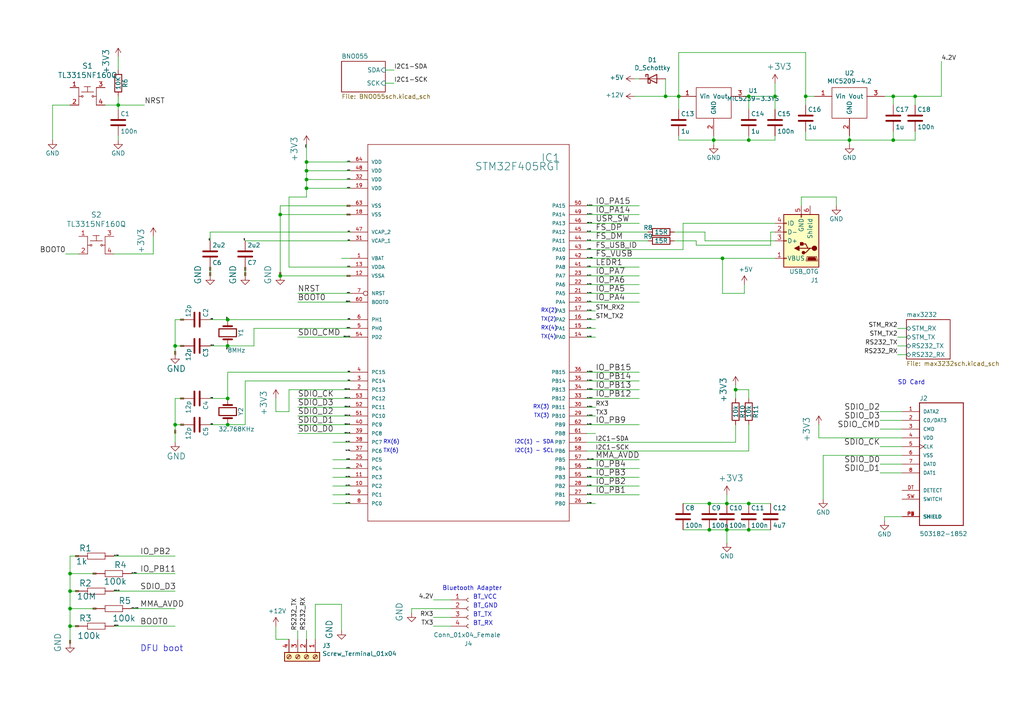
<source format=kicad_sch>
(kicad_sch (version 20211123) (generator eeschema)
  (paper "A4")
  (junction (at 209.55 74.93))
  (junction (at 205.74 153.67))
  (junction (at 50.8 100.33))
  (junction (at 20.32 181.61))
  (junction (at 193.04 27.94))
  (junction (at 259.08 40.64))
  (junction (at 217.17 40.64))
  (junction (at 50.8 123.19))
  (junction (at 88.9 54.61))
  (junction (at 88.9 49.53))
  (junction (at 20.32 176.53))
  (junction (at 196.85 27.94))
  (junction (at 210.82 153.67))
  (junction (at 20.32 166.37))
  (junction (at 224.79 27.94))
  (junction (at 265.43 27.94))
  (junction (at 217.17 153.67))
  (junction (at 210.82 146.05))
  (junction (at 246.38 40.64))
  (junction (at 213.36 113.03))
  (junction (at 88.9 52.07))
  (junction (at 207.01 40.64))
  (junction (at 259.08 27.94))
  (junction (at 217.17 27.94))
  (junction (at 34.29 30.48))
  (junction (at 88.9 46.99))
  (junction (at 81.28 80.01))
  (junction (at 217.17 146.05))
  (junction (at 66.04 123.19))
  (junction (at 205.74 146.05))
  (junction (at 66.04 100.33))
  (junction (at 66.04 92.71))
  (junction (at 66.04 115.57))
  (junction (at 81.28 62.23))
  (junction (at 233.68 27.94))
  (junction (at 20.32 171.45))
  (wire (pts (xy 50.8 123.19) (xy 50.8 128.27)))
  (wire (pts (xy 207.01 39.37) (xy 207.01 40.64)))
  (wire (pts (xy 170.18 140.97) (xy 185.42 140.97)))
  (wire (pts (xy 205.74 153.67) (xy 210.82 153.67)))
  (wire (pts (xy 170.18 72.39) (xy 198.12 72.39)))
  (wire (pts (xy 99.06 175.26) (xy 99.06 182.88)))
  (wire (pts (xy 204.47 67.31) (xy 204.47 69.85)))
  (wire (pts (xy 71.12 110.49) (xy 71.12 123.19)))
  (wire (pts (xy 34.29 20.32) (xy 34.29 16.51)))
  (wire (pts (xy 246.38 40.64) (xy 246.38 41.91)))
  (wire (pts (xy 170.18 97.79) (xy 172.72 97.79)))
  (wire (pts (xy 101.6 62.23) (xy 81.28 62.23)))
  (wire (pts (xy 170.18 69.85) (xy 187.96 69.85)))
  (wire (pts (xy 88.9 185.42) (xy 88.9 182.88)))
  (wire (pts (xy 83.82 77.47) (xy 83.82 57.15)))
  (wire (pts (xy 101.6 87.63) (xy 86.36 87.63)))
  (wire (pts (xy 101.6 54.61) (xy 88.9 54.61)))
  (wire (pts (xy 88.9 46.99) (xy 88.9 41.91)))
  (wire (pts (xy 255.27 119.38) (xy 261.62 119.38)))
  (wire (pts (xy 215.9 85.09) (xy 215.9 82.55)))
  (wire (pts (xy 198.12 146.05) (xy 205.74 146.05)))
  (wire (pts (xy 170.18 133.35) (xy 185.42 133.35)))
  (wire (pts (xy 232.41 57.15) (xy 242.57 57.15)))
  (wire (pts (xy 259.08 38.1) (xy 259.08 40.64)))
  (wire (pts (xy 83.82 57.15) (xy 88.9 57.15)))
  (wire (pts (xy 242.57 57.15) (xy 242.57 59.69)))
  (wire (pts (xy 86.36 185.42) (xy 86.36 182.88)))
  (wire (pts (xy 101.6 92.71) (xy 66.04 92.71)))
  (wire (pts (xy 96.52 133.35) (xy 101.6 133.35)))
  (wire (pts (xy 170.18 130.81) (xy 217.17 130.81)))
  (wire (pts (xy 256.54 149.86) (xy 261.62 149.86)))
  (wire (pts (xy 20.32 176.53) (xy 20.32 181.61)))
  (wire (pts (xy 207.01 40.64) (xy 207.01 41.91)))
  (wire (pts (xy 101.6 123.19) (xy 86.36 123.19)))
  (wire (pts (xy 20.32 166.37) (xy 20.32 171.45)))
  (wire (pts (xy 237.49 127) (xy 261.62 127)))
  (wire (pts (xy 66.04 115.57) (xy 66.04 107.95)))
  (wire (pts (xy 170.18 87.63) (xy 185.42 87.63)))
  (wire (pts (xy 34.29 27.94) (xy 34.29 30.48)))
  (wire (pts (xy 196.85 40.64) (xy 207.01 40.64)))
  (wire (pts (xy 262.89 95.25) (xy 260.35 95.25)))
  (wire (pts (xy 20.32 161.29) (xy 20.32 166.37)))
  (wire (pts (xy 53.34 123.19) (xy 50.8 123.19)))
  (wire (pts (xy 88.9 49.53) (xy 88.9 46.99)))
  (wire (pts (xy 170.18 77.47) (xy 185.42 77.47)))
  (wire (pts (xy 130.81 176.53) (xy 119.38 176.53)))
  (wire (pts (xy 170.18 62.23) (xy 185.42 62.23)))
  (wire (pts (xy 50.8 115.57) (xy 50.8 123.19)))
  (wire (pts (xy 170.18 146.05) (xy 172.72 146.05)))
  (wire (pts (xy 170.18 135.89) (xy 185.42 135.89)))
  (wire (pts (xy 262.89 102.87) (xy 260.35 102.87)))
  (wire (pts (xy 217.17 115.57) (xy 217.17 113.03)))
  (wire (pts (xy 15.24 40.64) (xy 15.24 30.48)))
  (wire (pts (xy 101.6 52.07) (xy 88.9 52.07)))
  (wire (pts (xy 201.93 71.12) (xy 223.52 71.12)))
  (wire (pts (xy 255.27 124.46) (xy 261.62 124.46)))
  (wire (pts (xy 238.76 132.08) (xy 261.62 132.08)))
  (wire (pts (xy 210.82 153.67) (xy 217.17 153.67)))
  (wire (pts (xy 213.36 113.03) (xy 213.36 115.57)))
  (wire (pts (xy 91.44 185.42) (xy 91.44 175.26)))
  (wire (pts (xy 101.6 95.25) (xy 73.66 95.25)))
  (wire (pts (xy 209.55 74.93) (xy 209.55 85.09)))
  (wire (pts (xy 210.82 153.67) (xy 210.82 157.48)))
  (wire (pts (xy 224.79 27.94) (xy 224.79 31.75)))
  (wire (pts (xy 33.02 181.61) (xy 50.8 181.61)))
  (wire (pts (xy 170.18 128.27) (xy 213.36 128.27)))
  (wire (pts (xy 34.29 30.48) (xy 34.29 31.75)))
  (wire (pts (xy 20.32 166.37) (xy 27.94 166.37)))
  (wire (pts (xy 259.08 27.94) (xy 265.43 27.94)))
  (wire (pts (xy 20.32 176.53) (xy 27.94 176.53)))
  (wire (pts (xy 20.32 171.45) (xy 20.32 176.53)))
  (wire (pts (xy 22.86 161.29) (xy 20.32 161.29)))
  (wire (pts (xy 33.02 73.66) (xy 44.45 73.66)))
  (wire (pts (xy 265.43 38.1) (xy 265.43 40.64)))
  (wire (pts (xy 81.28 80.01) (xy 101.6 80.01)))
  (wire (pts (xy 60.96 100.33) (xy 66.04 100.33)))
  (wire (pts (xy 209.55 74.93) (xy 224.79 74.93)))
  (wire (pts (xy 193.04 22.86) (xy 193.04 27.94)))
  (wire (pts (xy 15.24 30.48) (xy 20.32 30.48)))
  (wire (pts (xy 195.58 67.31) (xy 204.47 67.31)))
  (wire (pts (xy 33.02 171.45) (xy 50.8 171.45)))
  (wire (pts (xy 91.44 175.26) (xy 99.06 175.26)))
  (wire (pts (xy 233.68 15.24) (xy 233.68 27.94)))
  (wire (pts (xy 66.04 107.95) (xy 101.6 107.95)))
  (wire (pts (xy 80.01 185.42) (xy 80.01 181.61)))
  (wire (pts (xy 170.18 115.57) (xy 185.42 115.57)))
  (wire (pts (xy 170.18 118.11) (xy 172.72 118.11)))
  (wire (pts (xy 170.18 92.71) (xy 172.72 92.71)))
  (wire (pts (xy 96.52 135.89) (xy 101.6 135.89)))
  (wire (pts (xy 170.18 143.51) (xy 185.42 143.51)))
  (wire (pts (xy 60.96 80.01) (xy 60.96 77.47)))
  (wire (pts (xy 170.18 107.95) (xy 185.42 107.95)))
  (wire (pts (xy 198.12 72.39) (xy 198.12 64.77)))
  (wire (pts (xy 101.6 115.57) (xy 86.36 115.57)))
  (wire (pts (xy 198.12 153.67) (xy 205.74 153.67)))
  (wire (pts (xy 255.27 137.16) (xy 261.62 137.16)))
  (wire (pts (xy 96.52 140.97) (xy 101.6 140.97)))
  (wire (pts (xy 60.96 92.71) (xy 66.04 92.71)))
  (wire (pts (xy 256.54 151.13) (xy 256.54 149.86)))
  (wire (pts (xy 83.82 185.42) (xy 80.01 185.42)))
  (wire (pts (xy 101.6 69.85) (xy 71.12 69.85)))
  (wire (pts (xy 170.18 64.77) (xy 185.42 64.77)))
  (wire (pts (xy 262.89 97.79) (xy 260.35 97.79)))
  (wire (pts (xy 50.8 100.33) (xy 50.8 102.87)))
  (wire (pts (xy 125.73 179.07) (xy 130.81 179.07)))
  (wire (pts (xy 111.76 24.13) (xy 114.3 24.13)))
  (wire (pts (xy 34.29 39.37) (xy 34.29 40.64)))
  (wire (pts (xy 88.9 52.07) (xy 88.9 49.53)))
  (wire (pts (xy 170.18 125.73) (xy 172.72 125.73)))
  (wire (pts (xy 201.93 69.85) (xy 201.93 71.12)))
  (wire (pts (xy 223.52 67.31) (xy 224.79 67.31)))
  (wire (pts (xy 170.18 123.19) (xy 185.42 123.19)))
  (wire (pts (xy 217.17 130.81) (xy 217.17 123.19)))
  (wire (pts (xy 210.82 146.05) (xy 217.17 146.05)))
  (wire (pts (xy 50.8 115.57) (xy 53.34 115.57)))
  (wire (pts (xy 273.05 17.78) (xy 273.05 27.94)))
  (wire (pts (xy 30.48 30.48) (xy 34.29 30.48)))
  (wire (pts (xy 73.66 100.33) (xy 66.04 100.33)))
  (wire (pts (xy 233.68 27.94) (xy 233.68 30.48)))
  (wire (pts (xy 262.89 100.33) (xy 260.35 100.33)))
  (wire (pts (xy 217.17 40.64) (xy 224.79 40.64)))
  (wire (pts (xy 256.54 27.94) (xy 259.08 27.94)))
  (wire (pts (xy 217.17 27.94) (xy 217.17 31.75)))
  (wire (pts (xy 83.82 113.03) (xy 83.82 119.38)))
  (wire (pts (xy 259.08 27.94) (xy 259.08 30.48)))
  (wire (pts (xy 170.18 110.49) (xy 185.42 110.49)))
  (wire (pts (xy 224.79 24.13) (xy 224.79 27.94)))
  (wire (pts (xy 196.85 39.37) (xy 196.85 40.64)))
  (wire (pts (xy 34.29 30.48) (xy 41.91 30.48)))
  (wire (pts (xy 265.43 27.94) (xy 273.05 27.94)))
  (wire (pts (xy 101.6 120.65) (xy 86.36 120.65)))
  (wire (pts (xy 217.17 113.03) (xy 213.36 113.03)))
  (wire (pts (xy 66.04 123.19) (xy 71.12 123.19)))
  (wire (pts (xy 20.32 181.61) (xy 20.32 186.69)))
  (wire (pts (xy 81.28 62.23) (xy 81.28 80.01)))
  (wire (pts (xy 71.12 80.01) (xy 71.12 77.47)))
  (wire (pts (xy 125.73 181.61) (xy 130.81 181.61)))
  (wire (pts (xy 210.82 146.05) (xy 210.82 143.51)))
  (wire (pts (xy 170.18 85.09) (xy 185.42 85.09)))
  (wire (pts (xy 237.49 127) (xy 237.49 123.19)))
  (wire (pts (xy 196.85 27.94) (xy 196.85 15.24)))
  (wire (pts (xy 217.17 27.94) (xy 224.79 27.94)))
  (wire (pts (xy 246.38 39.37) (xy 246.38 40.64)))
  (wire (pts (xy 213.36 111.76) (xy 213.36 113.03)))
  (wire (pts (xy 38.1 166.37) (xy 50.8 166.37)))
  (wire (pts (xy 96.52 138.43) (xy 101.6 138.43)))
  (wire (pts (xy 101.6 97.79) (xy 86.36 97.79)))
  (wire (pts (xy 207.01 40.64) (xy 217.17 40.64)))
  (wire (pts (xy 80.01 119.38) (xy 80.01 115.57)))
  (wire (pts (xy 196.85 15.24) (xy 233.68 15.24)))
  (wire (pts (xy 60.96 123.19) (xy 66.04 123.19)))
  (wire (pts (xy 99.06 74.93) (xy 101.6 74.93)))
  (wire (pts (xy 101.6 49.53) (xy 88.9 49.53)))
  (wire (pts (xy 170.18 59.69) (xy 185.42 59.69)))
  (wire (pts (xy 205.74 146.05) (xy 210.82 146.05)))
  (wire (pts (xy 101.6 46.99) (xy 88.9 46.99)))
  (wire (pts (xy 19.05 73.66) (xy 22.86 73.66)))
  (wire (pts (xy 184.15 22.86) (xy 185.42 22.86)))
  (wire (pts (xy 50.8 92.71) (xy 50.8 100.33)))
  (wire (pts (xy 50.8 92.71) (xy 53.34 92.71)))
  (wire (pts (xy 233.68 40.64) (xy 246.38 40.64)))
  (wire (pts (xy 170.18 80.01) (xy 185.42 80.01)))
  (wire (pts (xy 238.76 144.78) (xy 238.76 132.08)))
  (wire (pts (xy 96.52 143.51) (xy 101.6 143.51)))
  (wire (pts (xy 170.18 82.55) (xy 185.42 82.55)))
  (wire (pts (xy 265.43 40.64) (xy 259.08 40.64)))
  (wire (pts (xy 204.47 69.85) (xy 224.79 69.85)))
  (wire (pts (xy 217.17 40.64) (xy 217.17 39.37)))
  (wire (pts (xy 101.6 110.49) (xy 71.12 110.49)))
  (wire (pts (xy 20.32 171.45) (xy 22.86 171.45)))
  (wire (pts (xy 213.36 128.27) (xy 213.36 123.19)))
  (wire (pts (xy 233.68 27.94) (xy 236.22 27.94)))
  (wire (pts (xy 53.34 100.33) (xy 50.8 100.33)))
  (wire (pts (xy 232.41 59.69) (xy 232.41 57.15)))
  (wire (pts (xy 111.76 20.32) (xy 114.3 20.32)))
  (wire (pts (xy 101.6 85.09) (xy 86.36 85.09)))
  (wire (pts (xy 33.02 161.29) (xy 50.8 161.29)))
  (wire (pts (xy 255.27 121.92) (xy 261.62 121.92)))
  (wire (pts (xy 170.18 120.65) (xy 172.72 120.65)))
  (wire (pts (xy 195.58 69.85) (xy 201.93 69.85)))
  (wire (pts (xy 170.18 74.93) (xy 209.55 74.93)))
  (wire (pts (xy 265.43 30.48) (xy 265.43 27.94)))
  (wire (pts (xy 73.66 95.25) (xy 73.66 100.33)))
  (wire (pts (xy 101.6 67.31) (xy 60.96 67.31)))
  (wire (pts (xy 255.27 129.54) (xy 261.62 129.54)))
  (wire (pts (xy 119.38 176.53) (xy 119.38 177.8)))
  (wire (pts (xy 170.18 67.31) (xy 187.96 67.31)))
  (wire (pts (xy 20.32 181.61) (xy 22.86 181.61)))
  (wire (pts (xy 81.28 59.69) (xy 81.28 62.23)))
  (wire (pts (xy 83.82 113.03) (xy 101.6 113.03)))
  (wire (pts (xy 255.27 134.62) (xy 261.62 134.62)))
  (wire (pts (xy 83.82 119.38) (xy 80.01 119.38)))
  (wire (pts (xy 96.52 128.27) (xy 101.6 128.27)))
  (wire (pts (xy 60.96 115.57) (xy 66.04 115.57)))
  (wire (pts (xy 193.04 27.94) (xy 196.85 27.94)))
  (wire (pts (xy 86.36 118.11) (xy 101.6 118.11)))
  (wire (pts (xy 209.55 85.09) (xy 215.9 85.09)))
  (wire (pts (xy 101.6 77.47) (xy 83.82 77.47)))
  (wire (pts (xy 196.85 27.94) (xy 196.85 31.75)))
  (wire (pts (xy 224.79 40.64) (xy 224.79 39.37)))
  (wire (pts (xy 60.96 67.31) (xy 60.96 69.85)))
  (wire (pts (xy 170.18 113.03) (xy 185.42 113.03)))
  (wire (pts (xy 38.1 176.53) (xy 50.8 176.53)))
  (wire (pts (xy 88.9 54.61) (xy 88.9 52.07)))
  (wire (pts (xy 217.17 146.05) (xy 223.52 146.05)))
  (wire (pts (xy 44.45 73.66) (xy 44.45 68.58)))
  (wire (pts (xy 170.18 95.25) (xy 172.72 95.25)))
  (wire (pts (xy 88.9 57.15) (xy 88.9 54.61)))
  (wire (pts (xy 96.52 146.05) (xy 101.6 146.05)))
  (wire (pts (xy 170.18 90.17) (xy 172.72 90.17)))
  (wire (pts (xy 259.08 40.64) (xy 246.38 40.64)))
  (wire (pts (xy 130.81 173.99) (xy 125.73 173.99)))
  (wire (pts (xy 81.28 59.69) (xy 101.6 59.69)))
  (wire (pts (xy 184.15 27.94) (xy 193.04 27.94)))
  (wire (pts (xy 223.52 71.12) (xy 223.52 67.31)))
  (wire (pts (xy 233.68 38.1) (xy 233.68 40.64)))
  (wire (pts (xy 170.18 138.43) (xy 185.42 138.43)))
  (wire (pts (xy 198.12 64.77) (xy 224.79 64.77)))
  (wire (pts (xy 217.17 153.67) (xy 223.52 153.67)))
  (wire (pts (xy 101.6 125.73) (xy 86.36 125.73)))
  (text "RX(3)" (at 159.385 118.745 180) (effects (font (size 1.0922 1.0922)) (justify right bottom)))
  (text "RX(6)" (at 111.125 128.905 0) (effects (font (size 1.0922 1.0922)) (justify left bottom)))
  (text "RX(4)" (at 156.845 95.885 0) (effects (font (size 1.0922 1.0922)) (justify left bottom)))
  (text "TX(6)" (at 111.125 131.445 0) (effects (font (size 1.0922 1.0922)) (justify left bottom)))
  (text "DFU boot" (at 40.64 189.23 0) (effects (font (size 1.778 1.778)) (justify left bottom)))
  (text "BT_RX" (at 137.16 181.61 0) (effects (font (size 1.27 1.27)) (justify left bottom)))
  (text "Bluetooth Adapter" (at 128.27 171.45 0) (effects (font (size 1.27 1.27)) (justify left bottom)))
  (text "BT_VCC" (at 137.16 173.99 0) (effects (font (size 1.27 1.27)) (justify left bottom)))
  (text "BT_GND" (at 137.16 176.53 0) (effects (font (size 1.27 1.27)) (justify left bottom)))
  (text "TX(4)" (at 156.845 98.425 0) (effects (font (size 1.0922 1.0922)) (justify left bottom)))
  (text "RX(2)" (at 156.845 90.805 0) (effects (font (size 1.0922 1.0922)) (justify left bottom)))
  (text "TX(3)" (at 159.385 121.285 180) (effects (font (size 1.0922 1.0922)) (justify right bottom)))
  (text "TX(2)" (at 156.845 93.345 0) (effects (font (size 1.0922 1.0922)) (justify left bottom)))
  (text "SD Card" (at 260.35 111.76 0) (effects (font (size 1.27 1.27)) (justify left bottom)))
  (text "BT_TX" (at 137.16 179.07 0) (effects (font (size 1.27 1.27)) (justify left bottom)))
  (text "I2C(1) - SDA" (at 160.655 128.905 180) (effects (font (size 1.0922 1.0922)) (justify right bottom)))
  (text "I2C(1) - SCL" (at 160.655 131.445 180) (effects (font (size 1.0922 1.0922)) (justify right bottom)))
  (label "IO_PA5" (at 170.18 85.09 0) (effects (font (size 0.254 0.254))))
  (label "NRST" (at 101.6 85.09 180) (effects (font (size 0.254 0.254))))
  (label "STM_RX2" (at 260.35 95.25 180))
  (label "LEDR1" (at 170.18 77.47 0) (effects (font (size 0.254 0.254))))
  (label "NRST" (at 86.36 85.09 0) (effects (font (size 1.651 1.651))))
  (label "IO_PB2" (at 170.18 140.97 0) (effects (font (size 0.254 0.254))))
  (label "IO_PA0" (at 170.18 97.79 0) (effects (font (size 0.254 0.254))))
  (label "IO_PB1" (at 170.18 143.51 0) (effects (font (size 0.254 0.254))))
  (label "IO_PB10" (at 170.18 120.65 0) (effects (font (size 0.254 0.254))))
  (label "SDIO_D2" (at 101.6 120.65 180) (effects (font (size 0.254 0.254))))
  (label "SDIO_D0" (at 255.27 134.62 180) (effects (font (size 1.651 1.651))))
  (label "TX3" (at 172.72 120.65 0))
  (label "IO_PA7" (at 170.18 80.01 0) (effects (font (size 0.254 0.254))))
  (label "MMA_AVDD" (at 40.64 176.53 0) (effects (font (size 1.651 1.651))))
  (label "LEDG2" (at 101.6 133.35 180) (effects (font (size 0.254 0.254))))
  (label "+3V3" (at 101.6 54.61 180) (effects (font (size 0.254 0.254))))
  (label "4.2V" (at 273.05 17.78 0))
  (label "IO_PA1" (at 170.18 95.25 0) (effects (font (size 0.254 0.254))))
  (label "LEDR2" (at 170.18 72.39 0) (effects (font (size 0.254 0.254))))
  (label "N$9" (at 66.04 92.71 90) (effects (font (size 0.254 0.254))))
  (label "USR_SW" (at 172.72 64.77 0) (effects (font (size 1.651 1.651))))
  (label "+3V3" (at 101.6 49.53 180) (effects (font (size 0.254 0.254))))
  (label "IO_PC7" (at 101.6 128.27 180) (effects (font (size 0.254 0.254))))
  (label "SDIO_D3" (at 33.02 171.45 0) (effects (font (size 0.254 0.254))))
  (label "SDIO_D1" (at 86.36 123.19 0) (effects (font (size 1.651 1.651))))
  (label "MMA_AVDD" (at 170.18 133.35 0) (effects (font (size 0.254 0.254))))
  (label "N$2" (at 71.12 69.85 90) (effects (font (size 0.254 0.254))))
  (label "I2C1-SCK" (at 114.3 24.13 0))
  (label "IO_PB12" (at 170.18 115.57 0) (effects (font (size 0.254 0.254))))
  (label "IO_PB2" (at 33.02 161.29 0) (effects (font (size 0.254 0.254))))
  (label "RS232_RX" (at 88.9 182.88 90))
  (label "+3V3" (at 88.9 41.91 270) (effects (font (size 0.254 0.254))))
  (label "RS232_RX" (at 260.35 102.87 180))
  (label "FS_DM" (at 170.18 69.85 0) (effects (font (size 0.254 0.254))))
  (label "N$10" (at 60.96 100.33 0) (effects (font (size 0.254 0.254))))
  (label "SDIO_D3" (at 101.6 118.11 180) (effects (font (size 0.254 0.254))))
  (label "IO_PB1" (at 172.72 143.51 0) (effects (font (size 1.651 1.651))))
  (label "SDIO_CMD" (at 255.27 124.46 180) (effects (font (size 1.651 1.651))))
  (label "IO_PB14" (at 172.72 110.49 0) (effects (font (size 1.651 1.651))))
  (label "IO_PA15" (at 170.18 59.69 0) (effects (font (size 0.254 0.254))))
  (label "SDIO_CK" (at 86.36 115.57 0) (effects (font (size 1.651 1.651))))
  (label "N$6" (at 101.6 107.95 180) (effects (font (size 0.254 0.254))))
  (label "STM_RX2" (at 172.72 90.17 0))
  (label "SDIO_D2" (at 86.36 120.65 0) (effects (font (size 1.651 1.651))))
  (label "BOOT0" (at 40.64 181.61 0) (effects (font (size 1.651 1.651))))
  (label "IO_PA4" (at 170.18 87.63 0) (effects (font (size 0.254 0.254))))
  (label "N$5" (at 101.6 110.49 180) (effects (font (size 0.254 0.254))))
  (label "IO_PA15" (at 172.72 59.69 0) (effects (font (size 1.651 1.651))))
  (label "LEDR1" (at 172.72 77.47 0) (effects (font (size 1.651 1.651))))
  (label "RX3" (at 172.72 118.11 0))
  (label "IO_PA14" (at 170.18 62.23 0) (effects (font (size 0.254 0.254))))
  (label "IO_PB11" (at 170.18 118.11 0) (effects (font (size 0.254 0.254))))
  (label "IO_PB15" (at 170.18 107.95 0) (effects (font (size 0.254 0.254))))
  (label "RX3" (at 125.73 179.07 180))
  (label "IO_PA5" (at 172.72 85.09 0) (effects (font (size 1.651 1.651))))
  (label "I2C1-SCK" (at 172.72 130.81 0))
  (label "N$9" (at 60.96 92.71 0) (effects (font (size 0.254 0.254))))
  (label "+3V3" (at 101.6 77.47 180) (effects (font (size 0.254 0.254))))
  (label "N$6" (at 60.96 115.57 0) (effects (font (size 0.254 0.254))))
  (label "IO_PA3" (at 170.18 90.17 0) (effects (font (size 0.254 0.254))))
  (label "LEDG1" (at 101.6 135.89 180) (effects (font (size 0.254 0.254))))
  (label "N$10" (at 101.6 95.25 180) (effects (font (size 0.254 0.254))))
  (label "SDIO_D3" (at 255.27 121.92 180) (effects (font (size 1.651 1.651))))
  (label "IO_PA4" (at 172.72 87.63 0) (effects (font (size 1.651 1.651))))
  (label "IO_PB0" (at 170.18 146.05 0) (effects (font (size 0.254 0.254))))
  (label "BOOT0" (at 101.6 87.63 180) (effects (font (size 0.254 0.254))))
  (label "SDIO_D0" (at 101.6 125.73 180) (effects (font (size 0.254 0.254))))
  (label "N$1" (at 101.6 67.31 180) (effects (font (size 0.254 0.254))))
  (label "I2C1-SDA" (at 172.72 128.27 0))
  (label "STM_TX2" (at 172.72 92.71 0))
  (label "IO_PB11" (at 40.64 166.37 0) (effects (font (size 1.651 1.651))))
  (label "IO_PA2" (at 170.18 92.71 0) (effects (font (size 0.254 0.254))))
  (label "SDIO_CK" (at 101.6 115.57 180) (effects (font (size 0.254 0.254))))
  (label "IO_PB15" (at 172.72 107.95 0) (effects (font (size 1.651 1.651))))
  (label "RS232_TX" (at 260.35 100.33 180))
  (label "IO_PB2" (at 172.72 140.97 0) (effects (font (size 1.651 1.651))))
  (label "4.2V" (at 125.73 173.99 180))
  (label "IO_PB13" (at 172.72 113.03 0) (effects (font (size 1.651 1.651))))
  (label "FS_VUSB" (at 170.18 74.93 0) (effects (font (size 0.254 0.254))))
  (label "IO_PC2" (at 101.6 140.97 180) (effects (font (size 0.254 0.254))))
  (label "+3V3" (at 101.6 46.99 180) (effects (font (size 0.254 0.254))))
  (label "NRST" (at 41.91 30.48 0) (effects (font (size 1.524 1.524))))
  (label "TX3" (at 125.73 181.61 180))
  (label "IO_PB12" (at 172.72 115.57 0) (effects (font (size 1.651 1.651))))
  (label "FS_USB_ID" (at 172.72 72.39 0) (effects (font (size 1.524 1.524))))
  (label "SDIO_D1" (at 101.6 123.19 180) (effects (font (size 0.254 0.254))))
  (label "IO_PB3" (at 170.18 138.43 0) (effects (font (size 0.254 0.254))))
  (label "IO_PB9" (at 172.72 123.19 0) (effects (font (size 1.651 1.651))))
  (label "IO_PC3" (at 101.6 138.43 180) (effects (font (size 0.254 0.254))))
  (label "IO_PA6" (at 170.18 82.55 0) (effects (font (size 0.254 0.254))))
  (label "IO_PC1" (at 101.6 143.51 180) (effects (font (size 0.254 0.254))))
  (label "IO_PA6" (at 172.72 82.55 0) (effects (font (size 1.651 1.651))))
  (label "STM_TX2" (at 260.35 97.79 180))
  (label "IO_PA7" (at 172.72 80.01 0) (effects (font (size 1.651 1.651))))
  (label "IO_PB4" (at 170.18 135.89 0) (effects (font (size 0.254 0.254))))
  (label "IO_PC6" (at 101.6 130.81 180) (effects (font (size 0.254 0.254))))
  (label "SDIO_SW" (at 101.6 113.03 180) (effects (font (size 0.254 0.254))))
  (label "SDIO_CMD" (at 86.36 97.79 0) (effects (font (size 1.651 1.651))))
  (label "USR_SW" (at 170.18 64.77 0) (effects (font (size 0.254 0.254))))
  (label "SDIO_D0" (at 86.36 125.73 0) (effects (font (size 1.651 1.651))))
  (label "SDIO_D2" (at 255.27 119.38 180) (effects (font (size 1.651 1.651))))
  (label "N$1" (at 60.96 69.85 90) (effects (font (size 0.254 0.254))))
  (label "IO_PA14" (at 172.72 62.23 0) (effects (font (size 1.651 1.651))))
  (label "IO_PB3" (at 172.72 138.43 0) (effects (font (size 1.651 1.651))))
  (label "BOOT0" (at 86.36 87.63 0) (effects (font (size 1.651 1.651))))
  (label "N$10" (at 66.04 100.33 270) (effects (font (size 0.254 0.254))))
  (label "IO_PB11" (at 38.1 166.37 0) (effects (font (size 0.254 0.254))))
  (label "FS_VUSB" (at 172.72 74.93 0) (effects (font (size 1.651 1.651))))
  (label "I2C1-SDA" (at 114.3 20.32 0))
  (label "IO_PB13" (at 170.18 113.03 0) (effects (font (size 0.254 0.254))))
  (label "IO_PB4" (at 172.72 135.89 0) (effects (font (size 1.651 1.651))))
  (label "IO_PC0" (at 101.6 146.05 180) (effects (font (size 0.254 0.254))))
  (label "MMA_AVDD" (at 38.1 176.53 0) (effects (font (size 0.254 0.254))))
  (label "FS_DP" (at 170.18 67.31 0) (effects (font (size 0.254 0.254))))
  (label "FS_DM" (at 172.72 69.85 0) (effects (font (size 1.651 1.651))))
  (label "IO_PB14" (at 170.18 110.49 0) (effects (font (size 0.254 0.254))))
  (label "SDIO_CK" (at 255.27 129.54 180) (effects (font (size 1.651 1.651))))
  (label "SDIO_D3" (at 86.36 118.11 0) (effects (font (size 1.651 1.651))))
  (label "SDIO_D3" (at 40.64 171.45 0) (effects (font (size 1.651 1.651))))
  (label "BOOT0" (at 19.05 73.66 180) (effects (font (size 1.524 1.524))))
  (label "N$5" (at 60.96 123.19 0) (effects (font (size 0.254 0.254))))
  (label "SDIO_CMD" (at 101.6 97.79 180) (effects (font (size 0.254 0.254))))
  (label "N$2" (at 101.6 69.85 180) (effects (font (size 0.254 0.254))))
  (label "FS_DP" (at 172.72 67.31 0) (effects (font (size 1.651 1.651))))
  (label "N$9" (at 101.6 92.71 180) (effects (font (size 0.254 0.254))))
  (label "IO_PB9" (at 170.18 123.19 0) (effects (font (size 0.254 0.254))))
  (label "RS232_TX" (at 86.36 182.88 90))
  (label "+3V3" (at 101.6 52.07 180) (effects (font (size 0.254 0.254))))
  (label "BOOT0" (at 33.02 181.61 0) (effects (font (size 0.254 0.254))))
  (label "SDIO_D1" (at 255.27 137.16 180) (effects (font (size 1.651 1.651))))
  (label "IO_PB2" (at 40.64 161.29 0) (effects (font (size 1.651 1.651))))
  (label "MMA_AVDD" (at 172.72 133.35 0) (effects (font (size 1.651 1.651))))
  (global_label "GND" (shape passive) (at 22.86 161.29 180) (effects (font (size 0.254 0.254))) (property "Intersheet References" "${INTERSHEET_REFS}" (effects hide)))
  (global_label "GND" (shape passive) (at 71.12 77.47 270) (effects (font (size 0.254 0.254))) (property "Intersheet References" "${INTERSHEET_REFS}" (effects hide)))
  (global_label "GND" (shape passive) (at 101.6 62.23 180) (effects (font (size 0.254 0.254))) (property "Intersheet References" "${INTERSHEET_REFS}" (effects hide)))
  (global_label "GND" (shape passive) (at 81.28 80.01 90) (effects (font (size 0.254 0.254))) (property "Intersheet References" "${INTERSHEET_REFS}" (effects hide)))
  (global_label "GND" (shape passive) (at 60.96 80.01 90) (effects (font (size 0.254 0.254))) (property "Intersheet References" "${INTERSHEET_REFS}" (effects hide)))
  (global_label "GND" (shape passive) (at 53.34 92.71 180) (effects (font (size 0.254 0.254))) (property "Intersheet References" "${INTERSHEET_REFS}" (effects hide)))
  (global_label "GND" (shape passive) (at 60.96 77.47 270) (effects (font (size 0.254 0.254))) (property "Intersheet References" "${INTERSHEET_REFS}" (effects hide)))
  (global_label "GND" (shape passive) (at 53.34 115.57 180) (effects (font (size 0.254 0.254))) (property "Intersheet References" "${INTERSHEET_REFS}" (effects hide)))
  (global_label "GND" (shape passive) (at 53.34 100.33 180) (effects (font (size 0.254 0.254))) (property "Intersheet References" "${INTERSHEET_REFS}" (effects hide)))
  (global_label "GND" (shape passive) (at 22.86 171.45 180) (effects (font (size 0.254 0.254))) (property "Intersheet References" "${INTERSHEET_REFS}" (effects hide)))
  (global_label "GND" (shape passive) (at 20.32 186.69 90) (effects (font (size 0.254 0.254))) (property "Intersheet References" "${INTERSHEET_REFS}" (effects hide)))
  (global_label "GND" (shape passive) (at 27.94 176.53 180) (effects (font (size 0.254 0.254))) (property "Intersheet References" "${INTERSHEET_REFS}" (effects hide)))
  (global_label "GND" (shape passive) (at 50.8 125.73 90) (effects (font (size 0.254 0.254))) (property "Intersheet References" "${INTERSHEET_REFS}" (effects hide)))
  (global_label "GND" (shape passive) (at 101.6 59.69 180) (effects (font (size 0.254 0.254))) (property "Intersheet References" "${INTERSHEET_REFS}" (effects hide)))
  (global_label "GND" (shape passive) (at 71.12 80.01 90) (effects (font (size 0.254 0.254))) (property "Intersheet References" "${INTERSHEET_REFS}" (effects hide)))
  (global_label "GND" (shape passive) (at 27.94 166.37 180) (effects (font (size 0.254 0.254))) (property "Intersheet References" "${INTERSHEET_REFS}" (effects hide)))
  (global_label "GND" (shape passive) (at 53.34 123.19 180) (effects (font (size 0.254 0.254))) (property "Intersheet References" "${INTERSHEET_REFS}" (effects hide)))
  (global_label "GND" (shape passive) (at 101.6 80.01 180) (effects (font (size 0.254 0.254))) (property "Intersheet References" "${INTERSHEET_REFS}" (effects hide)))
  (global_label "GND" (shape passive) (at 22.86 181.61 180) (effects (font (size 0.254 0.254))) (property "Intersheet References" "${INTERSHEET_REFS}" (effects hide)))
  (global_label "GND" (shape passive) (at 50.8 102.87 90) (effects (font (size 0.254 0.254))) (property "Intersheet References" "${INTERSHEET_REFS}" (effects hide)))
  (symbol (lib_id "OpenWave-rescue:+3V3-wattnotions") (at 88.9 41.91 0) (unit 1)
    (property "Reference" "#+3V0101" (effects hide))
    (property "Value" "+3V3" (at 86.36 46.99 90) (effects (font (size 1.778 1.778)) (justify left bottom)))
  )
  (symbol (lib_id "power:GND") (at 71.12 80.01 0) (unit 1)
    (property "Reference" "#GND0101" (effects hide))
    (property "Value" "GND" (at 68.58 82.55 90) (effects (font (size 1.778 1.778)) (justify left bottom)))
  )
  (symbol (lib_id "power:GND") (at 81.28 80.01 0) (unit 1)
    (property "Reference" "#GND0102" (effects hide))
    (property "Value" "GND" (at 78.74 82.55 90) (effects (font (size 1.778 1.778)) (justify left bottom)))
  )
  (symbol (lib_id "power:GND") (at 50.8 102.87 0) (unit 1)
    (property "Reference" "#GND0103" (effects hide))
    (property "Value" "GND" (at 48.26 107.95 0) (effects (font (size 1.778 1.778)) (justify left bottom)))
  )
  (symbol (lib_id "power:GND") (at 60.96 80.01 0) (unit 1)
    (property "Reference" "#GND0104" (effects hide))
    (property "Value" "GND" (at 58.42 82.55 90) (effects (font (size 1.778 1.778)) (justify left bottom)))
  )
  (symbol (lib_id "power:GND") (at 50.8 128.27 0) (unit 1)
    (property "Reference" "#GND0105" (effects hide))
    (property "Value" "GND" (at 48.26 133.35 0) (effects (font (size 1.778 1.778)) (justify left bottom)))
  )
  (symbol (lib_id "power:GND") (at 20.32 186.69 0) (unit 1)
    (property "Reference" "#GND0106" (effects hide))
    (property "Value" "GND" (at 17.78 189.23 90) (effects (font (size 1.778 1.778)) (justify left bottom)))
  )
  (symbol (lib_id "OpenWave-rescue:STM32F405RGT-wattnotions") (at 134.62 102.87 0) (unit 1)
    (property "Reference" "IC1" (at 162.56 46.99 0) (effects (font (size 2.1844 2.1844)) (justify right bottom)))
    (property "Value" "STM32F405RGT" (at 162.56 49.53 0) (effects (font (size 2.1844 2.1844)) (justify right bottom)))
    (property "Footprint" "pyboard:LQFP64" (effects hide))
  )
  (symbol (lib_id "OpenWave-rescue:R-EU_R0603-wattnotions") (at 27.94 161.29 0) (mirror y) (unit 1)
    (property "Reference" "R1" (at 26.67 160.02 0) (effects (font (size 1.778 1.778)) (justify left bottom)))
    (property "Value" "1k" (at 25.4 163.83 0) (effects (font (size 1.778 1.778)) (justify left bottom)))
    (property "Footprint" "Resistor_SMD:R_0603_1608Metric" (effects hide))
  )
  (symbol (lib_id "OpenWave-rescue:R-EU_R0603-wattnotions") (at 33.02 166.37 0) (mirror y) (unit 1)
    (property "Reference" "R4" (at 36.83 164.8714 0) (effects (font (size 1.778 1.778)) (justify left bottom)))
    (property "Value" "100k" (at 36.83 169.672 0) (effects (font (size 1.778 1.778)) (justify left bottom)))
    (property "Footprint" "Resistor_SMD:R_0603_1608Metric" (effects hide))
  )
  (symbol (lib_id "OpenWave-rescue:R-EU_R0603-wattnotions") (at 27.94 171.45 0) (mirror y) (unit 1)
    (property "Reference" "R2" (at 26.67 170.18 0) (effects (font (size 1.778 1.778)) (justify left bottom)))
    (property "Value" "10M" (at 27.94 173.99 0) (effects (font (size 1.778 1.778)) (justify left bottom)))
    (property "Footprint" "Resistor_SMD:R_0603_1608Metric" (effects hide))
  )
  (symbol (lib_id "OpenWave-rescue:R-EU_R0603-wattnotions") (at 33.02 176.53 0) (mirror y) (unit 1)
    (property "Reference" "R5" (at 38.1 175.26 0) (effects (font (size 1.778 1.778)) (justify left bottom)))
    (property "Value" "100k" (at 39.37 180.34 0) (effects (font (size 1.778 1.778)) (justify left bottom)))
    (property "Footprint" "Resistor_SMD:R_0603_1608Metric" (effects hide))
  )
  (symbol (lib_id "OpenWave-rescue:R-EU_R0603-wattnotions") (at 27.94 181.61 0) (mirror y) (unit 1)
    (property "Reference" "R3" (at 26.67 180.34 0) (effects (font (size 1.778 1.778)) (justify left bottom)))
    (property "Value" "100k" (at 29.21 185.42 0) (effects (font (size 1.778 1.778)) (justify left bottom)))
    (property "Footprint" "Resistor_SMD:R_0603_1608Metric" (effects hide))
  )
  (symbol (lib_id "OpenWave-rescue:USB_OTG-Connector") (at 232.41 69.85 180) (unit 1)
    (property "Reference" "J1" (at 237.49 81.28 0) (effects (justify left)))
    (property "Value" "USB_OTG" (at 237.49 78.74 0) (effects (justify left)))
    (property "Footprint" "my_footprints:wurth_usb_connector" (effects hide))
  )
  (symbol (lib_id "Device:R") (at 191.77 67.31 90) (unit 1)
    (property "Reference" "R8" (at 187.96 66.04 90))
    (property "Value" "15R" (at 191.77 67.31 90))
    (property "Footprint" "Resistor_SMD:R_0603_1608Metric" (effects hide))
  )
  (symbol (lib_id "Device:R") (at 191.77 69.85 90) (unit 1)
    (property "Reference" "R9" (at 187.96 68.58 90))
    (property "Value" "15R" (at 191.77 69.85 90))
    (property "Footprint" "Resistor_SMD:R_0603_1608Metric" (effects hide))
  )
  (symbol (lib_id "power:GND") (at 242.57 59.69 0) (unit 1)
    (property "Reference" "#PWR0103" (effects hide))
    (property "Value" "GND" (at 242.57 63.5 0))
  )
  (symbol (lib_id "Device:C") (at 196.85 35.56 0) (unit 1)
    (property "Reference" "C13" (at 197.485 33.02 0) (effects (justify left)))
    (property "Value" "1u" (at 197.485 38.1 0) (effects (justify left)))
    (property "Footprint" "Capacitor_SMD:C_0603_1608Metric" (effects hide))
  )
  (symbol (lib_id "Device:C") (at 217.17 35.56 0) (unit 1)
    (property "Reference" "C14" (at 217.805 33.02 0) (effects (justify left)))
    (property "Value" "1u" (at 217.805 38.1 0) (effects (justify left)))
    (property "Footprint" "Capacitor_SMD:C_0603_1608Metric" (effects hide))
  )
  (symbol (lib_id "Device:C") (at 224.79 35.56 0) (unit 1)
    (property "Reference" "C15" (at 225.425 33.02 0) (effects (justify left)))
    (property "Value" "100n" (at 225.425 38.1 0) (effects (justify left)))
    (property "Footprint" "Capacitor_SMD:C_0603_1608Metric" (effects hide))
  )
  (symbol (lib_id "power:GND") (at 15.24 40.64 0) (unit 1)
    (property "Reference" "#PWR0104" (effects hide))
    (property "Value" "GND" (at 15.24 44.45 0))
  )
  (symbol (lib_id "power:GND") (at 34.29 40.64 0) (unit 1)
    (property "Reference" "#PWR0105" (effects hide))
    (property "Value" "GND" (at 34.29 44.45 0))
  )
  (symbol (lib_id "Device:C") (at 34.29 35.56 0) (unit 1)
    (property "Reference" "C1" (at 34.925 33.02 0) (effects (justify left)))
    (property "Value" "100n" (at 34.925 38.1 0) (effects (justify left)))
    (property "Footprint" "Capacitor_SMD:C_0603_1608Metric" (effects hide))
  )
  (symbol (lib_id "Device:R") (at 34.29 24.13 0) (unit 1)
    (property "Reference" "R6" (at 36.322 24.13 90))
    (property "Value" "10K" (at 34.29 24.13 90))
    (property "Footprint" "Resistor_SMD:R_0603_1608Metric" (effects hide))
  )
  (symbol (lib_id "OpenWave-rescue:+3V3-wattnotions") (at 34.29 16.51 0) (unit 1)
    (property "Reference" "#+3V0103" (effects hide))
    (property "Value" "+3V3" (at 31.75 21.59 90) (effects (font (size 1.778 1.778)) (justify left bottom)))
  )
  (symbol (lib_id "Device:C") (at 57.15 115.57 270) (unit 1)
    (property "Reference" "C4" (at 59.69 116.205 0) (effects (justify left)))
    (property "Value" "12p" (at 54.61 116.205 0) (effects (justify left)))
    (property "Footprint" "Capacitor_SMD:C_0603_1608Metric" (effects hide))
  )
  (symbol (lib_id "Device:C") (at 57.15 123.19 270) (unit 1)
    (property "Reference" "C5" (at 59.69 123.825 0) (effects (justify left)))
    (property "Value" "12p" (at 54.61 123.825 0) (effects (justify left)))
    (property "Footprint" "Capacitor_SMD:C_0603_1608Metric" (effects hide))
  )
  (symbol (lib_id "OpenWave-rescue:Crystal-wattnotions") (at 66.04 119.38 270) (unit 1)
    (property "Reference" "Y2" (at 69.85 119.38 0))
    (property "Value" "32.768KHz" (at 68.58 124.46 90))
    (property "Footprint" "my_footprints:ABS06-32.768KHZ_smd_crystal" (effects hide))
  )
  (symbol (lib_id "OpenWave-rescue:Crystal-wattnotions") (at 66.04 96.52 270) (unit 1)
    (property "Reference" "Y1" (at 69.85 96.52 0))
    (property "Value" "8MHz" (at 68.58 101.6 90))
    (property "Footprint" "my_footprints:QC5CA8_8mhz_oscillator" (effects hide))
  )
  (symbol (lib_id "Device:C") (at 57.15 100.33 270) (unit 1)
    (property "Reference" "C3" (at 59.69 100.965 0) (effects (justify left)))
    (property "Value" "12p" (at 54.61 100.965 0) (effects (justify left)))
    (property "Footprint" "Capacitor_SMD:C_0603_1608Metric" (effects hide))
  )
  (symbol (lib_id "Device:C") (at 57.15 92.71 270) (mirror x) (unit 1)
    (property "Reference" "C2" (at 59.69 92.075 0) (effects (justify left)))
    (property "Value" "12p" (at 54.61 92.075 0) (effects (justify left)))
    (property "Footprint" "Capacitor_SMD:C_0603_1608Metric" (effects hide))
  )
  (symbol (lib_id "Device:C") (at 60.96 73.66 0) (mirror x) (unit 1)
    (property "Reference" "C6" (at 61.595 76.2 0) (effects (justify left)))
    (property "Value" "2u2" (at 61.595 71.12 0) (effects (justify left)))
    (property "Footprint" "Capacitor_SMD:C_0603_1608Metric" (effects hide))
  )
  (symbol (lib_id "Device:C") (at 71.12 73.66 0) (mirror x) (unit 1)
    (property "Reference" "C7" (at 71.755 76.2 0) (effects (justify left)))
    (property "Value" "2u2" (at 71.755 71.12 0) (effects (justify left)))
    (property "Footprint" "Capacitor_SMD:C_0603_1608Metric" (effects hide))
  )
  (symbol (lib_id "OpenWave-rescue:+3V3-wattnotions") (at 210.82 143.51 0) (unit 1)
    (property "Reference" "#+3V0105" (effects hide))
    (property "Value" "+3V3" (at 208.28 139.7 0) (effects (font (size 1.778 1.778)) (justify left bottom)))
  )
  (symbol (lib_id "Device:C") (at 198.12 149.86 0) (unit 1)
    (property "Reference" "C8" (at 198.755 147.32 0) (effects (justify left)))
    (property "Value" "100n" (at 198.755 152.4 0) (effects (justify left)))
    (property "Footprint" "Capacitor_SMD:C_0603_1608Metric" (effects hide))
  )
  (symbol (lib_id "Device:C") (at 205.74 149.86 0) (unit 1)
    (property "Reference" "C9" (at 206.375 147.32 0) (effects (justify left)))
    (property "Value" "100n" (at 206.375 152.4 0) (effects (justify left)))
    (property "Footprint" "Capacitor_SMD:C_0603_1608Metric" (effects hide))
  )
  (symbol (lib_id "Device:C") (at 210.82 149.86 0) (unit 1)
    (property "Reference" "C10" (at 211.455 147.32 0) (effects (justify left)))
    (property "Value" "100n" (at 211.455 152.4 0) (effects (justify left)))
    (property "Footprint" "Capacitor_SMD:C_0603_1608Metric" (effects hide))
  )
  (symbol (lib_id "Device:C") (at 217.17 149.86 0) (unit 1)
    (property "Reference" "C11" (at 217.805 147.32 0) (effects (justify left)))
    (property "Value" "100n" (at 217.805 152.4 0) (effects (justify left)))
    (property "Footprint" "Capacitor_SMD:C_0603_1608Metric" (effects hide))
  )
  (symbol (lib_id "Device:C") (at 223.52 149.86 0) (unit 1)
    (property "Reference" "C12" (at 224.155 147.32 0) (effects (justify left)))
    (property "Value" "4u7" (at 224.155 152.4 0) (effects (justify left)))
    (property "Footprint" "Capacitor_SMD:C_0603_1608Metric" (effects hide))
  )
  (symbol (lib_id "power:GND") (at 210.82 157.48 0) (unit 1)
    (property "Reference" "#PWR0107" (effects hide))
    (property "Value" "GND" (at 210.82 161.29 0))
  )
  (symbol (lib_id "OpenWave-rescue:+3V3-wattnotions") (at 44.45 68.58 0) (unit 1)
    (property "Reference" "#+3V0104" (effects hide))
    (property "Value" "+3V3" (at 41.91 73.66 90) (effects (font (size 1.778 1.778)) (justify left bottom)))
  )
  (symbol (lib_id "power:GND") (at 207.01 41.91 0) (unit 1)
    (property "Reference" "#PWR0102" (effects hide))
    (property "Value" "GND" (at 207.01 45.72 0))
  )
  (symbol (lib_id "OpenWave-rescue:+3V3-wattnotions") (at 224.79 24.13 0) (unit 1)
    (property "Reference" "#+3V0102" (effects hide))
    (property "Value" "+3V3" (at 222.25 20.32 0) (effects (font (size 1.778 1.778)) (justify left bottom)))
  )
  (symbol (lib_id "OpenWave-rescue:503182-1852-wattnotions") (at 266.7 134.62 0) (unit 1)
    (property "Reference" "J2" (at 266.7 116.2558 0) (effects (justify left bottom)))
    (property "Value" "503182-1852" (at 266.7 155.5496 0) (effects (justify left bottom)))
    (property "Footprint" "503182-1852:MOLEX_503182-1852" (effects hide))
    (property "Datasheet" "503182-1852" (effects hide))
    (property "Field4" "Good" (effects hide))
    (property "Field5" "Conn Micro SD Card M 8 POS 1.09mm Solder RA SMD Embossed T/R 0.5A/Contact" (effects hide))
    (property "Field6" "Molex" (effects hide))
    (property "Field7" "None" (effects hide))
    (property "Field8" "1.66 USD" (effects hide))
  )
  (symbol (lib_id "power:GND") (at 238.76 144.78 0) (unit 1)
    (property "Reference" "#PWR0108" (effects hide))
    (property "Value" "GND" (at 238.76 148.59 0))
  )
  (symbol (lib_id "power:GND") (at 256.54 151.13 0) (unit 1)
    (property "Reference" "#PWR0109" (effects hide))
    (property "Value" "GND" (at 256.54 154.94 0))
  )
  (symbol (lib_id "Device:R") (at 213.36 119.38 0) (unit 1)
    (property "Reference" "R10" (at 215.392 119.38 90))
    (property "Value" "10k" (at 213.36 119.38 90))
    (property "Footprint" "Resistor_SMD:R_0603_1608Metric" (effects hide))
  )
  (symbol (lib_id "Device:R") (at 217.17 119.38 0) (unit 1)
    (property "Reference" "R11" (at 219.202 119.38 90))
    (property "Value" "10k" (at 217.17 119.38 90))
    (property "Footprint" "Resistor_SMD:R_0603_1608Metric" (effects hide))
  )
  (symbol (lib_id "OpenWave-rescue:+3V3-wattnotions") (at 213.36 111.76 0) (unit 1)
    (property "Reference" "#+3V0106" (effects hide))
    (property "Value" "+3V3" (at 210.82 116.84 90) (effects (font (size 1.778 1.778)) (justify left bottom)))
  )
  (symbol (lib_id "OpenWave-rescue:+3V3-wattnotions") (at 80.01 115.57 0) (unit 1)
    (property "Reference" "#+3V0107" (effects hide))
    (property "Value" "+3V3" (at 77.47 120.65 90) (effects (font (size 1.778 1.778)) (justify left bottom)))
  )
  (symbol (lib_id "power:+5V") (at 215.9 82.55 0) (unit 1)
    (property "Reference" "#PWR0101" (effects hide))
    (property "Value" "+5V" (at 216.281 78.1558 0))
  )
  (symbol (lib_id "Connector:Conn_01x04_Female") (at 135.89 176.53 0) (unit 1)
    (property "Reference" "J4" (at 134.62 186.69 0) (effects (justify left)))
    (property "Value" "Conn_01x04_Female" (at 125.73 184.15 0) (effects (justify left)))
    (property "Footprint" "Connector_PinHeader_2.54mm:PinHeader_1x04_P2.54mm_Vertical" (effects hide))
  )
  (symbol (lib_id "OpenWave-rescue:MIC5239-3.3YS-wattnotions") (at 218.44 30.48 0) (unit 1)
    (property "Reference" "U1" (at 218.44 26.289 0))
    (property "Value" "MIC5239-3.3YS" (at 218.44 28.6004 0))
    (property "Footprint" "Package_TO_SOT_SMD:SOT-223-3_TabPin2" (effects hide))
  )
  (symbol (lib_id "OpenWave-rescue:TL3315NF160Q-dk_Tactile-Switches") (at 25.4 27.94 0) (unit 1)
    (property "Reference" "S1" (at 25.4 19.1262 0) (effects (font (size 1.524 1.524))))
    (property "Value" "TL3315NF160Q" (at 25.4 21.8186 0) (effects (font (size 1.524 1.524))))
    (property "Footprint" "digikey-footprints:Switch_Tactile_SMD_4.5x4.5mm_TL3315NF160Q" (effects hide))
    (property "Datasheet" "http://spec_sheets.e-switch.com/specs/P010337.pdf" (effects hide))
    (property "Digi-Key_PN" "EG4621CT-ND" (effects hide))
    (property "MPN" "TL3315NF160Q" (effects hide))
    (property "Category" "Switches" (effects hide))
    (property "Family" "Tactile Switches" (effects hide))
    (property "DK_Datasheet_Link" "http://spec_sheets.e-switch.com/specs/P010337.pdf" (effects hide))
    (property "DK_Detail_Page" "/product-detail/en/e-switch/TL3315NF160Q/EG4621CT-ND/1870401" (effects hide))
    (property "Description" "SWITCH TACTILE SPST-NO 0.05A 15V" (effects hide))
    (property "Manufacturer" "E-Switch" (effects hide))
    (property "Status" "Active" (effects hide))
  )
  (symbol (lib_id "OpenWave-rescue:+3V3-wattnotions") (at 237.49 123.19 0) (unit 1)
    (property "Reference" "#+3V0108" (effects hide))
    (property "Value" "+3V3" (at 234.95 128.27 90) (effects (font (size 1.778 1.778)) (justify left bottom)))
  )
  (symbol (lib_id "Connector:Screw_Terminal_01x04") (at 88.9 190.5 270) (unit 1)
    (property "Reference" "J3" (at 93.472 187.2742 90) (effects (justify left)))
    (property "Value" "Screw_Terminal_01x04" (at 93.472 189.5856 90) (effects (justify left)))
    (property "Footprint" "my_footprints:4-WAY-PCB_SOCKET" (effects hide))
  )
  (symbol (lib_id "OpenWave-rescue:TL3315NF160Q-dk_Tactile-Switches") (at 27.94 71.12 0) (unit 1)
    (property "Reference" "S2" (at 27.94 62.3062 0) (effects (font (size 1.524 1.524))))
    (property "Value" "TL3315NF160Q" (at 27.94 64.9986 0) (effects (font (size 1.524 1.524))))
    (property "Footprint" "digikey-footprints:Switch_Tactile_SMD_4.5x4.5mm_TL3315NF160Q" (effects hide))
    (property "Datasheet" "http://spec_sheets.e-switch.com/specs/P010337.pdf" (effects hide))
    (property "Digi-Key_PN" "EG4621CT-ND" (effects hide))
    (property "MPN" "TL3315NF160Q" (effects hide))
    (property "Category" "Switches" (effects hide))
    (property "Family" "Tactile Switches" (effects hide))
    (property "DK_Datasheet_Link" "http://spec_sheets.e-switch.com/specs/P010337.pdf" (effects hide))
    (property "DK_Detail_Page" "/product-detail/en/e-switch/TL3315NF160Q/EG4621CT-ND/1870401" (effects hide))
    (property "Description" "SWITCH TACTILE SPST-NO 0.05A 15V" (effects hide))
    (property "Manufacturer" "E-Switch" (effects hide))
    (property "Status" "Active" (effects hide))
  )
  (symbol (lib_id "power:+12V") (at 80.01 181.61 0) (unit 1)
    (property "Reference" "#PWR0110" (effects hide))
    (property "Value" "+12V" (at 80.391 177.2158 0))
  )
  (symbol (lib_id "power:GND") (at 99.06 182.88 0) (unit 1)
    (property "Reference" "#GND0107" (effects hide))
    (property "Value" "GND" (at 96.52 185.42 90) (effects (font (size 1.778 1.778)) (justify left bottom)))
  )
  (symbol (lib_id "Device:D_Schottky") (at 189.23 22.86 0) (unit 1)
    (property "Reference" "D1" (at 189.23 17.3736 0))
    (property "Value" "D_Schottky" (at 189.23 19.685 0))
    (property "Footprint" "Diode_SMD:D_0201_0603Metric" (effects hide))
  )
  (symbol (lib_id "power:+12V") (at 184.15 27.94 90) (unit 1)
    (property "Reference" "#PWR0111" (effects hide))
    (property "Value" "+12V" (at 180.8988 27.559 90) (effects (justify left)))
  )
  (symbol (lib_id "power:+5V") (at 184.15 22.86 90) (unit 1)
    (property "Reference" "#PWR0112" (effects hide))
    (property "Value" "+5V" (at 180.8988 22.479 90) (effects (justify left)))
  )
  (symbol (lib_id "OpenWave-rescue:MIC5209-4.2-wattnotions") (at 246.38 29.21 0) (unit 1)
    (property "Reference" "U2" (at 246.38 21.209 0))
    (property "Value" "MIC5209-4.2" (at 246.38 23.5204 0))
    (property "Footprint" "Package_TO_SOT_SMD:SOT-223-3_TabPin2" (effects hide))
  )
  (symbol (lib_id "power:GND") (at 246.38 41.91 0) (unit 1)
    (property "Reference" "#PWR0113" (effects hide))
    (property "Value" "GND" (at 246.38 45.72 0))
  )
  (symbol (lib_id "Device:C") (at 259.08 34.29 0) (unit 1)
    (property "Reference" "C17" (at 259.715 31.75 0) (effects (justify left)))
    (property "Value" "1u" (at 259.715 36.83 0) (effects (justify left)))
    (property "Footprint" "Capacitor_SMD:C_0603_1608Metric" (effects hide))
  )
  (symbol (lib_id "Device:C") (at 265.43 34.29 0) (unit 1)
    (property "Reference" "C18" (at 266.065 31.75 0) (effects (justify left)))
    (property "Value" "100n" (at 266.065 36.83 0) (effects (justify left)))
    (property "Footprint" "Capacitor_SMD:C_0603_1608Metric" (effects hide))
  )
  (symbol (lib_id "Device:C") (at 233.68 34.29 0) (unit 1)
    (property "Reference" "C16" (at 234.315 31.75 0) (effects (justify left)))
    (property "Value" "1u" (at 234.315 36.83 0) (effects (justify left)))
    (property "Footprint" "Capacitor_SMD:C_0603_1608Metric" (effects hide))
  )
  (symbol (lib_id "power:GND") (at 119.38 177.8 0) (unit 1)
    (property "Reference" "#GND0108" (effects hide))
    (property "Value" "GND" (at 116.84 180.34 90) (effects (font (size 1.778 1.778)) (justify left bottom)))
  )
  (sheet (at 99.06 17.78) (size 12.7 8.89)
    (property "Sheet name" "BNO055" (at 99.06 17.0684 0) (effects (justify left bottom)))
    (property "Sheet file" "BNO055sch.kicad_sch" (at 99.06 27.2546 0) (effects (justify left top)))
    (pin "SDA" input (at 111.76 20.32 0))
    (pin "SCK" input (at 111.76 24.13 0))
  )
  (sheet (at 262.89 92.71) (size 12.7 11.43)
    (property "Sheet name" "max3232" (at 262.89 91.9984 0) (effects (justify left bottom)))
    (property "Sheet file" "max3232sch.kicad_sch" (at 262.89 104.7246 0) (effects (justify left top)))
    (pin "STM_RX" bidirectional (at 262.89 95.25 180))
    (pin "STM_TX" bidirectional (at 262.89 97.79 180))
    (pin "RS232_TX" bidirectional (at 262.89 100.33 180))
    (pin "RS232_RX" bidirectional (at 262.89 102.87 180))
  )
)
</source>
